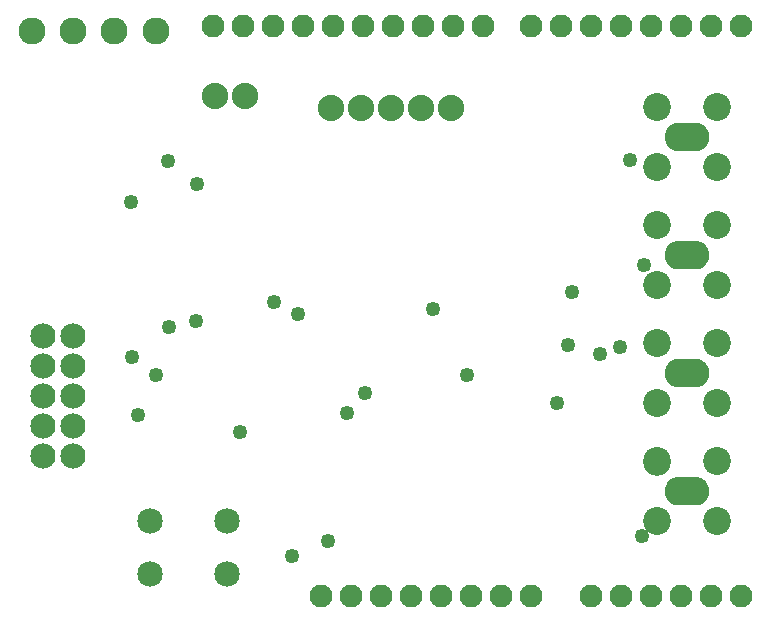
<source format=gbs>
G04 MADE WITH FRITZING*
G04 WWW.FRITZING.ORG*
G04 DOUBLE SIDED*
G04 HOLES PLATED*
G04 CONTOUR ON CENTER OF CONTOUR VECTOR*
%ASAXBY*%
%FSLAX23Y23*%
%MOIN*%
%OFA0B0*%
%SFA1.0B1.0*%
%ADD10C,0.088000*%
%ADD11C,0.049370*%
%ADD12C,0.085000*%
%ADD13C,0.092677*%
%ADD14C,0.093071*%
%ADD15C,0.084000*%
%ADD16C,0.076194*%
%ADD17C,0.076222*%
%ADD18C,0.090000*%
%ADD19C,0.027000*%
%ADD20C,0.030000*%
%ADD21R,0.001000X0.001000*%
%LNMASK0*%
G90*
G70*
G54D10*
X748Y1778D03*
X848Y1778D03*
G54D11*
X1925Y947D03*
X2033Y917D03*
X2100Y939D03*
X1940Y1125D03*
X2132Y1563D03*
X2179Y1215D03*
X2173Y311D03*
X1474Y1067D03*
X1587Y846D03*
X1890Y754D03*
X1126Y293D03*
X1004Y244D03*
X551Y846D03*
X1189Y720D03*
X1024Y1049D03*
X1250Y787D03*
X831Y656D03*
X945Y1089D03*
X492Y715D03*
X471Y907D03*
X467Y1425D03*
X596Y1008D03*
X591Y1561D03*
X684Y1028D03*
X689Y1482D03*
G54D10*
X1535Y1738D03*
X1435Y1738D03*
X1335Y1738D03*
X1235Y1738D03*
X1135Y1738D03*
G54D12*
X787Y183D03*
X532Y183D03*
X787Y360D03*
X532Y360D03*
G54D13*
X2223Y558D03*
G54D14*
X2322Y459D03*
X2223Y359D03*
X2223Y559D03*
X2423Y359D03*
X2423Y559D03*
G54D13*
X2223Y952D03*
G54D14*
X2322Y853D03*
X2223Y752D03*
X2223Y952D03*
X2423Y752D03*
X2423Y952D03*
G54D13*
X2223Y1740D03*
G54D14*
X2322Y1641D03*
X2223Y1540D03*
X2223Y1740D03*
X2423Y1540D03*
X2423Y1740D03*
G54D15*
X176Y577D03*
X176Y677D03*
X176Y777D03*
X176Y877D03*
X176Y977D03*
X276Y577D03*
X276Y677D03*
X276Y777D03*
X276Y877D03*
X276Y977D03*
G54D16*
X2103Y111D03*
X2203Y111D03*
X2303Y111D03*
X2403Y111D03*
X2503Y111D03*
G54D17*
X1643Y2011D03*
X1543Y2011D03*
X1443Y2011D03*
X1343Y2011D03*
X1243Y2011D03*
X1143Y2011D03*
X1043Y2011D03*
X943Y2011D03*
X843Y2011D03*
X743Y2011D03*
X2503Y2011D03*
X2403Y2011D03*
X2303Y2011D03*
X2203Y2011D03*
X2103Y2011D03*
X2003Y2011D03*
X1903Y2011D03*
X1803Y2011D03*
G54D16*
X1203Y111D03*
X1103Y111D03*
X1303Y111D03*
X1403Y111D03*
X1503Y111D03*
X1603Y111D03*
X1703Y111D03*
X1803Y111D03*
X2003Y111D03*
G54D13*
X2223Y1346D03*
G54D14*
X2322Y1247D03*
X2223Y1146D03*
X2223Y1346D03*
X2423Y1146D03*
X2423Y1346D03*
G54D18*
X551Y1994D03*
X413Y1994D03*
X276Y1994D03*
X138Y1994D03*
G54D19*
G36*
X247Y548D02*
X247Y605D01*
X304Y605D01*
X304Y548D01*
X247Y548D01*
G37*
D02*
G54D20*
G36*
X581Y1964D02*
X521Y1964D01*
X521Y2024D01*
X581Y2024D01*
X581Y1964D01*
G37*
D02*
G54D21*
X2284Y1686D02*
X2359Y1686D01*
X2279Y1685D02*
X2364Y1685D01*
X2276Y1684D02*
X2367Y1684D01*
X2274Y1683D02*
X2370Y1683D01*
X2272Y1682D02*
X2372Y1682D01*
X2270Y1681D02*
X2373Y1681D01*
X2268Y1680D02*
X2375Y1680D01*
X2267Y1679D02*
X2376Y1679D01*
X2266Y1678D02*
X2377Y1678D01*
X2265Y1677D02*
X2379Y1677D01*
X2263Y1676D02*
X2380Y1676D01*
X2262Y1675D02*
X2381Y1675D01*
X2261Y1674D02*
X2382Y1674D01*
X2261Y1673D02*
X2383Y1673D01*
X2260Y1672D02*
X2384Y1672D01*
X2259Y1671D02*
X2384Y1671D01*
X2258Y1670D02*
X2385Y1670D01*
X2257Y1669D02*
X2386Y1669D01*
X2257Y1668D02*
X2386Y1668D01*
X2256Y1667D02*
X2387Y1667D01*
X2255Y1666D02*
X2388Y1666D01*
X2255Y1665D02*
X2388Y1665D01*
X2254Y1664D02*
X2389Y1664D01*
X2254Y1663D02*
X2389Y1663D01*
X2253Y1662D02*
X2390Y1662D01*
X2253Y1661D02*
X2390Y1661D01*
X2252Y1660D02*
X2319Y1660D01*
X2324Y1660D02*
X2391Y1660D01*
X2252Y1659D02*
X2315Y1659D01*
X2328Y1659D02*
X2391Y1659D01*
X2252Y1658D02*
X2314Y1658D01*
X2330Y1658D02*
X2392Y1658D01*
X2251Y1657D02*
X2312Y1657D01*
X2331Y1657D02*
X2392Y1657D01*
X2251Y1656D02*
X2311Y1656D01*
X2332Y1656D02*
X2392Y1656D01*
X2251Y1655D02*
X2310Y1655D01*
X2333Y1655D02*
X2393Y1655D01*
X2250Y1654D02*
X2309Y1654D01*
X2334Y1654D02*
X2393Y1654D01*
X2250Y1653D02*
X2309Y1653D01*
X2335Y1653D02*
X2393Y1653D01*
X2250Y1652D02*
X2308Y1652D01*
X2335Y1652D02*
X2393Y1652D01*
X2250Y1651D02*
X2307Y1651D01*
X2336Y1651D02*
X2394Y1651D01*
X2249Y1650D02*
X2307Y1650D01*
X2336Y1650D02*
X2394Y1650D01*
X2249Y1649D02*
X2307Y1649D01*
X2337Y1649D02*
X2394Y1649D01*
X2249Y1648D02*
X2306Y1648D01*
X2337Y1648D02*
X2394Y1648D01*
X2249Y1647D02*
X2306Y1647D01*
X2337Y1647D02*
X2394Y1647D01*
X2249Y1646D02*
X2306Y1646D01*
X2337Y1646D02*
X2395Y1646D01*
X2249Y1645D02*
X2306Y1645D01*
X2338Y1645D02*
X2395Y1645D01*
X2248Y1644D02*
X2305Y1644D01*
X2338Y1644D02*
X2395Y1644D01*
X2248Y1643D02*
X2305Y1643D01*
X2338Y1643D02*
X2395Y1643D01*
X2248Y1642D02*
X2305Y1642D01*
X2338Y1642D02*
X2395Y1642D01*
X2248Y1641D02*
X2305Y1641D01*
X2338Y1641D02*
X2395Y1641D01*
X2248Y1640D02*
X2305Y1640D01*
X2338Y1640D02*
X2395Y1640D01*
X2248Y1639D02*
X2305Y1639D01*
X2338Y1639D02*
X2395Y1639D01*
X2248Y1638D02*
X2305Y1638D01*
X2338Y1638D02*
X2395Y1638D01*
X2248Y1637D02*
X2305Y1637D01*
X2338Y1637D02*
X2395Y1637D01*
X2248Y1636D02*
X2305Y1636D01*
X2338Y1636D02*
X2395Y1636D01*
X2248Y1635D02*
X2305Y1635D01*
X2338Y1635D02*
X2395Y1635D01*
X2249Y1634D02*
X2306Y1634D01*
X2338Y1634D02*
X2395Y1634D01*
X2249Y1633D02*
X2306Y1633D01*
X2337Y1633D02*
X2394Y1633D01*
X2249Y1632D02*
X2306Y1632D01*
X2337Y1632D02*
X2394Y1632D01*
X2249Y1631D02*
X2307Y1631D01*
X2337Y1631D02*
X2394Y1631D01*
X2249Y1630D02*
X2307Y1630D01*
X2336Y1630D02*
X2394Y1630D01*
X2249Y1629D02*
X2307Y1629D01*
X2336Y1629D02*
X2394Y1629D01*
X2250Y1628D02*
X2308Y1628D01*
X2335Y1628D02*
X2394Y1628D01*
X2250Y1627D02*
X2308Y1627D01*
X2335Y1627D02*
X2393Y1627D01*
X2250Y1626D02*
X2309Y1626D01*
X2334Y1626D02*
X2393Y1626D01*
X2251Y1625D02*
X2310Y1625D01*
X2333Y1625D02*
X2393Y1625D01*
X2251Y1624D02*
X2311Y1624D01*
X2332Y1624D02*
X2392Y1624D01*
X2251Y1623D02*
X2312Y1623D01*
X2331Y1623D02*
X2392Y1623D01*
X2252Y1622D02*
X2313Y1622D01*
X2330Y1622D02*
X2392Y1622D01*
X2252Y1621D02*
X2315Y1621D01*
X2328Y1621D02*
X2391Y1621D01*
X2252Y1620D02*
X2318Y1620D01*
X2325Y1620D02*
X2391Y1620D01*
X2253Y1619D02*
X2390Y1619D01*
X2253Y1618D02*
X2390Y1618D01*
X2254Y1617D02*
X2389Y1617D01*
X2254Y1616D02*
X2389Y1616D01*
X2255Y1615D02*
X2388Y1615D01*
X2255Y1614D02*
X2388Y1614D01*
X2256Y1613D02*
X2387Y1613D01*
X2257Y1612D02*
X2387Y1612D01*
X2257Y1611D02*
X2386Y1611D01*
X2258Y1610D02*
X2385Y1610D01*
X2259Y1609D02*
X2384Y1609D01*
X2260Y1608D02*
X2384Y1608D01*
X2260Y1607D02*
X2383Y1607D01*
X2261Y1606D02*
X2382Y1606D01*
X2262Y1605D02*
X2381Y1605D01*
X2263Y1604D02*
X2380Y1604D01*
X2264Y1603D02*
X2379Y1603D01*
X2266Y1602D02*
X2378Y1602D01*
X2267Y1601D02*
X2376Y1601D01*
X2268Y1600D02*
X2375Y1600D01*
X2270Y1599D02*
X2374Y1599D01*
X2271Y1598D02*
X2372Y1598D01*
X2273Y1597D02*
X2370Y1597D01*
X2276Y1596D02*
X2368Y1596D01*
X2278Y1595D02*
X2365Y1595D01*
X2283Y1594D02*
X2360Y1594D01*
X2282Y1292D02*
X2362Y1292D01*
X2278Y1291D02*
X2365Y1291D01*
X2275Y1290D02*
X2368Y1290D01*
X2273Y1289D02*
X2370Y1289D01*
X2271Y1288D02*
X2372Y1288D01*
X2269Y1287D02*
X2374Y1287D01*
X2268Y1286D02*
X2375Y1286D01*
X2267Y1285D02*
X2377Y1285D01*
X2265Y1284D02*
X2378Y1284D01*
X2264Y1283D02*
X2379Y1283D01*
X2263Y1282D02*
X2380Y1282D01*
X2262Y1281D02*
X2381Y1281D01*
X2261Y1280D02*
X2382Y1280D01*
X2260Y1279D02*
X2383Y1279D01*
X2259Y1278D02*
X2384Y1278D01*
X2259Y1277D02*
X2385Y1277D01*
X2258Y1276D02*
X2385Y1276D01*
X2257Y1275D02*
X2386Y1275D01*
X2256Y1274D02*
X2387Y1274D01*
X2256Y1273D02*
X2387Y1273D01*
X2255Y1272D02*
X2388Y1272D01*
X2255Y1271D02*
X2389Y1271D01*
X2254Y1270D02*
X2389Y1270D01*
X2254Y1269D02*
X2390Y1269D01*
X2253Y1268D02*
X2390Y1268D01*
X2253Y1267D02*
X2391Y1267D01*
X2252Y1266D02*
X2317Y1266D01*
X2326Y1266D02*
X2391Y1266D01*
X2252Y1265D02*
X2315Y1265D01*
X2329Y1265D02*
X2391Y1265D01*
X2251Y1264D02*
X2313Y1264D01*
X2330Y1264D02*
X2392Y1264D01*
X2251Y1263D02*
X2312Y1263D01*
X2332Y1263D02*
X2392Y1263D01*
X2251Y1262D02*
X2311Y1262D01*
X2333Y1262D02*
X2392Y1262D01*
X2250Y1261D02*
X2310Y1261D01*
X2334Y1261D02*
X2393Y1261D01*
X2250Y1260D02*
X2309Y1260D01*
X2334Y1260D02*
X2393Y1260D01*
X2250Y1259D02*
X2308Y1259D01*
X2335Y1259D02*
X2393Y1259D01*
X2250Y1258D02*
X2308Y1258D01*
X2336Y1258D02*
X2394Y1258D01*
X2249Y1257D02*
X2307Y1257D01*
X2336Y1257D02*
X2394Y1257D01*
X2249Y1256D02*
X2307Y1256D01*
X2336Y1256D02*
X2394Y1256D01*
X2249Y1255D02*
X2306Y1255D01*
X2337Y1255D02*
X2394Y1255D01*
X2249Y1254D02*
X2306Y1254D01*
X2337Y1254D02*
X2394Y1254D01*
X2249Y1253D02*
X2306Y1253D01*
X2337Y1253D02*
X2394Y1253D01*
X2249Y1252D02*
X2306Y1252D01*
X2338Y1252D02*
X2395Y1252D01*
X2248Y1251D02*
X2305Y1251D01*
X2338Y1251D02*
X2395Y1251D01*
X2248Y1250D02*
X2305Y1250D01*
X2338Y1250D02*
X2395Y1250D01*
X2248Y1249D02*
X2305Y1249D01*
X2338Y1249D02*
X2395Y1249D01*
X2248Y1248D02*
X2305Y1248D01*
X2338Y1248D02*
X2395Y1248D01*
X2248Y1247D02*
X2305Y1247D01*
X2338Y1247D02*
X2395Y1247D01*
X2248Y1246D02*
X2305Y1246D01*
X2338Y1246D02*
X2395Y1246D01*
X2248Y1245D02*
X2305Y1245D01*
X2338Y1245D02*
X2395Y1245D01*
X2248Y1244D02*
X2305Y1244D01*
X2338Y1244D02*
X2395Y1244D01*
X2248Y1243D02*
X2305Y1243D01*
X2338Y1243D02*
X2395Y1243D01*
X2248Y1242D02*
X2305Y1242D01*
X2338Y1242D02*
X2395Y1242D01*
X2249Y1241D02*
X2306Y1241D01*
X2338Y1241D02*
X2395Y1241D01*
X2249Y1240D02*
X2306Y1240D01*
X2337Y1240D02*
X2395Y1240D01*
X2249Y1239D02*
X2306Y1239D01*
X2337Y1239D02*
X2394Y1239D01*
X2249Y1238D02*
X2306Y1238D01*
X2337Y1238D02*
X2394Y1238D01*
X2249Y1237D02*
X2307Y1237D01*
X2337Y1237D02*
X2394Y1237D01*
X2249Y1236D02*
X2307Y1236D01*
X2336Y1236D02*
X2394Y1236D01*
X2250Y1235D02*
X2308Y1235D01*
X2336Y1235D02*
X2394Y1235D01*
X2250Y1234D02*
X2308Y1234D01*
X2335Y1234D02*
X2393Y1234D01*
X2250Y1233D02*
X2309Y1233D01*
X2335Y1233D02*
X2393Y1233D01*
X2250Y1232D02*
X2309Y1232D01*
X2334Y1232D02*
X2393Y1232D01*
X2251Y1231D02*
X2310Y1231D01*
X2333Y1231D02*
X2393Y1231D01*
X2251Y1230D02*
X2311Y1230D01*
X2332Y1230D02*
X2392Y1230D01*
X2251Y1229D02*
X2312Y1229D01*
X2331Y1229D02*
X2392Y1229D01*
X2252Y1228D02*
X2314Y1228D01*
X2329Y1228D02*
X2392Y1228D01*
X2252Y1227D02*
X2316Y1227D01*
X2327Y1227D02*
X2391Y1227D01*
X2253Y1226D02*
X2391Y1226D01*
X2253Y1225D02*
X2390Y1225D01*
X2253Y1224D02*
X2390Y1224D01*
X2254Y1223D02*
X2389Y1223D01*
X2254Y1222D02*
X2389Y1222D01*
X2255Y1221D02*
X2388Y1221D01*
X2256Y1220D02*
X2388Y1220D01*
X2256Y1219D02*
X2387Y1219D01*
X2257Y1218D02*
X2386Y1218D01*
X2258Y1217D02*
X2386Y1217D01*
X2258Y1216D02*
X2385Y1216D01*
X2259Y1215D02*
X2384Y1215D01*
X2260Y1214D02*
X2383Y1214D01*
X2261Y1213D02*
X2382Y1213D01*
X2262Y1212D02*
X2382Y1212D01*
X2263Y1211D02*
X2381Y1211D01*
X2264Y1210D02*
X2379Y1210D01*
X2265Y1209D02*
X2378Y1209D01*
X2266Y1208D02*
X2377Y1208D01*
X2267Y1207D02*
X2376Y1207D01*
X2269Y1206D02*
X2374Y1206D01*
X2270Y1205D02*
X2373Y1205D01*
X2272Y1204D02*
X2371Y1204D01*
X2274Y1203D02*
X2369Y1203D01*
X2277Y1202D02*
X2367Y1202D01*
X2280Y1201D02*
X2364Y1201D01*
X2287Y1200D02*
X2356Y1200D01*
X2287Y899D02*
X2356Y899D01*
X2280Y898D02*
X2363Y898D01*
X2277Y897D02*
X2367Y897D01*
X2274Y896D02*
X2369Y896D01*
X2272Y895D02*
X2371Y895D01*
X2270Y894D02*
X2373Y894D01*
X2269Y893D02*
X2374Y893D01*
X2267Y892D02*
X2376Y892D01*
X2266Y891D02*
X2377Y891D01*
X2265Y890D02*
X2378Y890D01*
X2264Y889D02*
X2379Y889D01*
X2263Y888D02*
X2381Y888D01*
X2262Y887D02*
X2382Y887D01*
X2261Y886D02*
X2382Y886D01*
X2260Y885D02*
X2383Y885D01*
X2259Y884D02*
X2384Y884D01*
X2258Y883D02*
X2385Y883D01*
X2258Y882D02*
X2386Y882D01*
X2257Y881D02*
X2386Y881D01*
X2256Y880D02*
X2387Y880D01*
X2256Y879D02*
X2388Y879D01*
X2255Y878D02*
X2388Y878D01*
X2254Y877D02*
X2389Y877D01*
X2254Y876D02*
X2389Y876D01*
X2253Y875D02*
X2390Y875D01*
X2253Y874D02*
X2390Y874D01*
X2253Y873D02*
X2391Y873D01*
X2252Y872D02*
X2316Y872D01*
X2327Y872D02*
X2391Y872D01*
X2252Y871D02*
X2314Y871D01*
X2329Y871D02*
X2392Y871D01*
X2251Y870D02*
X2312Y870D01*
X2331Y870D02*
X2392Y870D01*
X2251Y869D02*
X2311Y869D01*
X2332Y869D02*
X2392Y869D01*
X2251Y868D02*
X2310Y868D01*
X2333Y868D02*
X2393Y868D01*
X2250Y867D02*
X2309Y867D01*
X2334Y867D02*
X2393Y867D01*
X2250Y866D02*
X2309Y866D01*
X2335Y866D02*
X2393Y866D01*
X2250Y865D02*
X2308Y865D01*
X2335Y865D02*
X2393Y865D01*
X2250Y864D02*
X2308Y864D01*
X2336Y864D02*
X2394Y864D01*
X2249Y863D02*
X2307Y863D01*
X2336Y863D02*
X2394Y863D01*
X2249Y862D02*
X2307Y862D01*
X2337Y862D02*
X2394Y862D01*
X2249Y861D02*
X2306Y861D01*
X2337Y861D02*
X2394Y861D01*
X2249Y860D02*
X2306Y860D01*
X2337Y860D02*
X2394Y860D01*
X2249Y859D02*
X2306Y859D01*
X2337Y859D02*
X2395Y859D01*
X2249Y858D02*
X2306Y858D01*
X2338Y858D02*
X2395Y858D01*
X2248Y857D02*
X2305Y857D01*
X2338Y857D02*
X2395Y857D01*
X2248Y856D02*
X2305Y856D01*
X2338Y856D02*
X2395Y856D01*
X2248Y855D02*
X2305Y855D01*
X2338Y855D02*
X2395Y855D01*
X2248Y854D02*
X2305Y854D01*
X2338Y854D02*
X2395Y854D01*
X2248Y853D02*
X2305Y853D01*
X2338Y853D02*
X2395Y853D01*
X2248Y852D02*
X2305Y852D01*
X2338Y852D02*
X2395Y852D01*
X2248Y851D02*
X2305Y851D01*
X2338Y851D02*
X2395Y851D01*
X2248Y850D02*
X2305Y850D01*
X2338Y850D02*
X2395Y850D01*
X2248Y849D02*
X2305Y849D01*
X2338Y849D02*
X2395Y849D01*
X2248Y848D02*
X2305Y848D01*
X2338Y848D02*
X2395Y848D01*
X2249Y847D02*
X2306Y847D01*
X2338Y847D02*
X2395Y847D01*
X2249Y846D02*
X2306Y846D01*
X2337Y846D02*
X2394Y846D01*
X2249Y845D02*
X2306Y845D01*
X2337Y845D02*
X2394Y845D01*
X2249Y844D02*
X2306Y844D01*
X2337Y844D02*
X2394Y844D01*
X2249Y843D02*
X2307Y843D01*
X2336Y843D02*
X2394Y843D01*
X2249Y842D02*
X2307Y842D01*
X2336Y842D02*
X2394Y842D01*
X2250Y841D02*
X2308Y841D01*
X2336Y841D02*
X2394Y841D01*
X2250Y840D02*
X2308Y840D01*
X2335Y840D02*
X2393Y840D01*
X2250Y839D02*
X2309Y839D01*
X2334Y839D02*
X2393Y839D01*
X2250Y838D02*
X2310Y838D01*
X2334Y838D02*
X2393Y838D01*
X2251Y837D02*
X2311Y837D01*
X2333Y837D02*
X2392Y837D01*
X2251Y836D02*
X2312Y836D01*
X2332Y836D02*
X2392Y836D01*
X2251Y835D02*
X2313Y835D01*
X2330Y835D02*
X2392Y835D01*
X2252Y834D02*
X2315Y834D01*
X2329Y834D02*
X2391Y834D01*
X2252Y833D02*
X2317Y833D01*
X2326Y833D02*
X2391Y833D01*
X2253Y832D02*
X2391Y832D01*
X2253Y831D02*
X2390Y831D01*
X2254Y830D02*
X2390Y830D01*
X2254Y829D02*
X2389Y829D01*
X2255Y828D02*
X2389Y828D01*
X2255Y827D02*
X2388Y827D01*
X2256Y826D02*
X2387Y826D01*
X2256Y825D02*
X2387Y825D01*
X2257Y824D02*
X2386Y824D01*
X2258Y823D02*
X2385Y823D01*
X2259Y822D02*
X2385Y822D01*
X2259Y821D02*
X2384Y821D01*
X2260Y820D02*
X2383Y820D01*
X2261Y819D02*
X2382Y819D01*
X2262Y818D02*
X2381Y818D01*
X2263Y817D02*
X2380Y817D01*
X2264Y816D02*
X2379Y816D01*
X2265Y815D02*
X2378Y815D01*
X2267Y814D02*
X2377Y814D01*
X2268Y813D02*
X2375Y813D01*
X2269Y812D02*
X2374Y812D01*
X2271Y811D02*
X2372Y811D01*
X2273Y810D02*
X2370Y810D01*
X2275Y809D02*
X2368Y809D01*
X2278Y808D02*
X2365Y808D01*
X2282Y807D02*
X2362Y807D01*
X2283Y505D02*
X2360Y505D01*
X2278Y504D02*
X2365Y504D01*
X2276Y503D02*
X2368Y503D01*
X2273Y502D02*
X2370Y502D01*
X2271Y501D02*
X2372Y501D01*
X2270Y500D02*
X2374Y500D01*
X2268Y499D02*
X2375Y499D01*
X2267Y498D02*
X2376Y498D01*
X2266Y497D02*
X2378Y497D01*
X2264Y496D02*
X2379Y496D01*
X2263Y495D02*
X2380Y495D01*
X2262Y494D02*
X2381Y494D01*
X2261Y493D02*
X2382Y493D01*
X2260Y492D02*
X2383Y492D01*
X2260Y491D02*
X2384Y491D01*
X2259Y490D02*
X2384Y490D01*
X2258Y489D02*
X2385Y489D01*
X2257Y488D02*
X2386Y488D01*
X2257Y487D02*
X2387Y487D01*
X2256Y486D02*
X2387Y486D01*
X2255Y485D02*
X2388Y485D01*
X2255Y484D02*
X2388Y484D01*
X2254Y483D02*
X2389Y483D01*
X2254Y482D02*
X2389Y482D01*
X2253Y481D02*
X2390Y481D01*
X2253Y480D02*
X2390Y480D01*
X2252Y479D02*
X2318Y479D01*
X2325Y479D02*
X2391Y479D01*
X2252Y478D02*
X2315Y478D01*
X2328Y478D02*
X2391Y478D01*
X2252Y477D02*
X2313Y477D01*
X2330Y477D02*
X2392Y477D01*
X2251Y476D02*
X2312Y476D01*
X2331Y476D02*
X2392Y476D01*
X2251Y475D02*
X2311Y475D01*
X2332Y475D02*
X2392Y475D01*
X2251Y474D02*
X2310Y474D01*
X2333Y474D02*
X2393Y474D01*
X2250Y473D02*
X2309Y473D01*
X2334Y473D02*
X2393Y473D01*
X2250Y472D02*
X2308Y472D01*
X2335Y472D02*
X2393Y472D01*
X2250Y471D02*
X2308Y471D01*
X2335Y471D02*
X2394Y471D01*
X2249Y470D02*
X2307Y470D01*
X2336Y470D02*
X2394Y470D01*
X2249Y469D02*
X2307Y469D01*
X2336Y469D02*
X2394Y469D01*
X2249Y468D02*
X2307Y468D01*
X2337Y468D02*
X2394Y468D01*
X2249Y467D02*
X2306Y467D01*
X2337Y467D02*
X2394Y467D01*
X2249Y466D02*
X2306Y466D01*
X2337Y466D02*
X2394Y466D01*
X2249Y465D02*
X2306Y465D01*
X2338Y465D02*
X2395Y465D01*
X2248Y464D02*
X2305Y464D01*
X2338Y464D02*
X2395Y464D01*
X2248Y463D02*
X2305Y463D01*
X2338Y463D02*
X2395Y463D01*
X2248Y462D02*
X2305Y462D01*
X2338Y462D02*
X2395Y462D01*
X2248Y461D02*
X2305Y461D01*
X2338Y461D02*
X2395Y461D01*
X2248Y460D02*
X2305Y460D01*
X2338Y460D02*
X2395Y460D01*
X2248Y459D02*
X2305Y459D01*
X2338Y459D02*
X2395Y459D01*
X2248Y458D02*
X2305Y458D01*
X2338Y458D02*
X2395Y458D01*
X2248Y457D02*
X2305Y457D01*
X2338Y457D02*
X2395Y457D01*
X2248Y456D02*
X2305Y456D01*
X2338Y456D02*
X2395Y456D01*
X2248Y455D02*
X2305Y455D01*
X2338Y455D02*
X2395Y455D01*
X2249Y454D02*
X2306Y454D01*
X2338Y454D02*
X2395Y454D01*
X2249Y453D02*
X2306Y453D01*
X2337Y453D02*
X2395Y453D01*
X2249Y452D02*
X2306Y452D01*
X2337Y452D02*
X2394Y452D01*
X2249Y451D02*
X2306Y451D01*
X2337Y451D02*
X2394Y451D01*
X2249Y450D02*
X2307Y450D01*
X2337Y450D02*
X2394Y450D01*
X2249Y449D02*
X2307Y449D01*
X2336Y449D02*
X2394Y449D01*
X2250Y448D02*
X2307Y448D01*
X2336Y448D02*
X2394Y448D01*
X2250Y447D02*
X2308Y447D01*
X2335Y447D02*
X2393Y447D01*
X2250Y446D02*
X2309Y446D01*
X2335Y446D02*
X2393Y446D01*
X2250Y445D02*
X2309Y445D01*
X2334Y445D02*
X2393Y445D01*
X2251Y444D02*
X2310Y444D01*
X2333Y444D02*
X2393Y444D01*
X2251Y443D02*
X2311Y443D01*
X2332Y443D02*
X2392Y443D01*
X2251Y442D02*
X2312Y442D01*
X2331Y442D02*
X2392Y442D01*
X2252Y441D02*
X2314Y441D01*
X2330Y441D02*
X2392Y441D01*
X2252Y440D02*
X2315Y440D01*
X2328Y440D02*
X2391Y440D01*
X2252Y439D02*
X2319Y439D01*
X2324Y439D02*
X2391Y439D01*
X2253Y438D02*
X2390Y438D01*
X2253Y437D02*
X2390Y437D01*
X2254Y436D02*
X2389Y436D01*
X2254Y435D02*
X2389Y435D01*
X2255Y434D02*
X2388Y434D01*
X2255Y433D02*
X2388Y433D01*
X2256Y432D02*
X2387Y432D01*
X2257Y431D02*
X2386Y431D01*
X2257Y430D02*
X2386Y430D01*
X2258Y429D02*
X2385Y429D01*
X2259Y428D02*
X2384Y428D01*
X2260Y427D02*
X2384Y427D01*
X2261Y426D02*
X2383Y426D01*
X2261Y425D02*
X2382Y425D01*
X2262Y424D02*
X2381Y424D01*
X2263Y423D02*
X2380Y423D01*
X2265Y422D02*
X2379Y422D01*
X2266Y421D02*
X2378Y421D01*
X2267Y420D02*
X2376Y420D01*
X2268Y419D02*
X2375Y419D01*
X2270Y418D02*
X2373Y418D01*
X2272Y417D02*
X2372Y417D01*
X2274Y416D02*
X2370Y416D01*
X2276Y415D02*
X2367Y415D01*
X2279Y414D02*
X2364Y414D01*
X2284Y413D02*
X2359Y413D01*
D02*
G04 End of Mask0*
M02*
</source>
